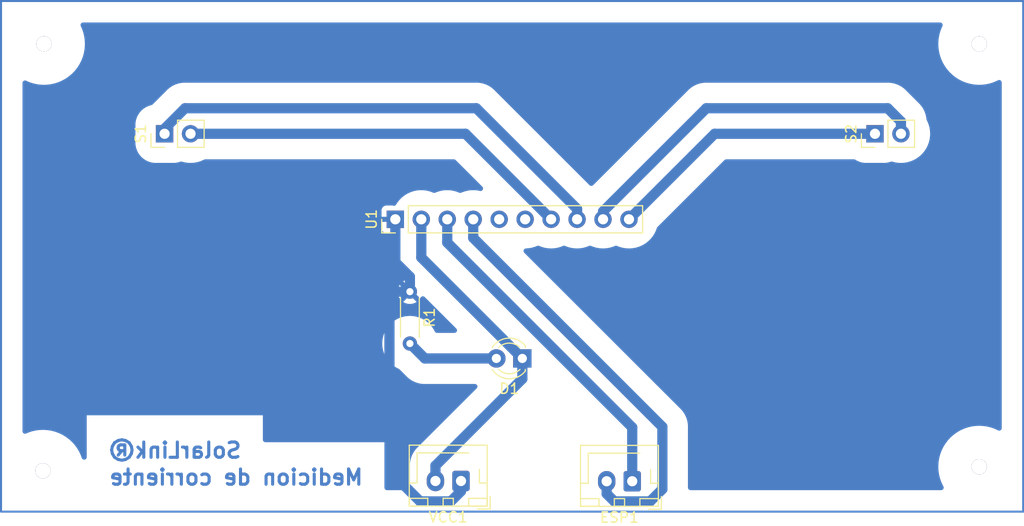
<source format=kicad_pcb>
(kicad_pcb (version 20221018) (generator pcbnew)
  (layers (0 "F.Cu" signal) (31 "B.Cu" signal) (34 "B.Paste" user) (35 "F.Paste" user) (36 "B.SilkS" user "B.Silkscreen") (37 "F.SilkS" user "F.Silkscreen") (38 "B.Mask" user) (39 "F.Mask" user) (44 "Edge.Cuts" user))
  (net 0 "")
  (net 2 "Net-(D1-Pad1)")
  (net 3 "Net-(ESP1-Pad1)")
  (net 4 "Net-(ESP1-Pad2)")
  (net 5 "Net-(D1-Pad2)")
  (net 6 "Net-(S1-Pad1)")
  (net 7 "Net-(S1-Pad2)")
  (net 8 "Net-(S2-Pad1)")
  (net 9 "Net-(S2-Pad2)")
  (net 11 "GND")
  (footprint "Connector_PinHeader_2.54mm:PinHeader_1x10_P2.54mm_Vertical" (layer "F.Cu") (at 58.575 45.375 90)
    (fp_text reference "U1" (at 0 -2.33 90) (layer "F.SilkS"))
    (fp_text value "ADS1115IDGS")
    (fp_line (start -1.33 -1.33) (end 0 -1.33) (stroke (width 0.12)) (layer "F.SilkS"))
    (fp_line (start -1.33 0) (end -1.33 -1.33) (stroke (width 0.12)) (layer "F.SilkS"))
    (fp_line (start -1.33 1.27) (end -1.33 24.19) (stroke (width 0.12)) (layer "F.SilkS"))
    (fp_line (start -1.33 1.27) (end 1.33 1.27) (stroke (width 0.12)) (layer "F.SilkS"))
    (fp_line (start -1.33 24.19) (end 1.33 24.19) (stroke (width 0.12)) (layer "F.SilkS"))
    (fp_line (start 1.33 1.27) (end 1.33 24.19) (stroke (width 0.12)) (layer "F.SilkS"))
    (pad "1" thru_hole rect (at 0 0 90) (size 1.7 1.7) (drill 1) (layers "*.Cu" "*.Mask") (net 11 "GND"))
    (pad "2" thru_hole oval (at 0 2.54 90) (size 1.7 1.7) (drill 1) (layers "*.Cu" "*.Mask") (net 2 "Net-(D1-Pad1)"))
    (pad "3" thru_hole oval (at 0 5.08 90) (size 1.7 1.7) (drill 1) (layers "*.Cu" "*.Mask") (net 3 "Net-(ESP1-Pad1)"))
    (pad "4" thru_hole oval (at 0 7.62 90) (size 1.7 1.7) (drill 1) (layers "*.Cu" "*.Mask") (net 4 "Net-(ESP1-Pad2)"))
    (pad "5" thru_hole oval (at 0 10.16 90) (size 1.7 1.7) (drill 1) (layers "*.Cu" "*.Mask"))
    (pad "6" thru_hole oval (at 0 12.7 90) (size 1.7 1.7) (drill 1) (layers "*.Cu" "*.Mask"))
    (pad "7" thru_hole oval (at 0 15.24 90) (size 1.7 1.7) (drill 1) (layers "*.Cu" "*.Mask") (net 7 "Net-(S1-Pad2)"))
    (pad "8" thru_hole oval (at 0 17.78 90) (size 1.7 1.7) (drill 1) (layers "*.Cu" "*.Mask") (net 6 "Net-(S1-Pad1)"))
    (pad "9" thru_hole oval (at 0 20.32 90) (size 1.7 1.7) (drill 1) (layers "*.Cu" "*.Mask") (net 9 "Net-(S2-Pad2)"))
    (pad "10" thru_hole oval (at 0 22.86 90) (size 1.7 1.7) (drill 1) (layers "*.Cu" "*.Mask") (net 8 "Net-(S2-Pad1)"))
  )
  (footprint "Connector_JST:JST_XH_B2B-XH-AM_1x02_P2.50mm_Vertical" (layer "F.Cu") (at 65 71 180)
    (fp_text reference "VCC1" (at 1.25 -3.55) (layer "F.SilkS"))
    (fp_text value "Conn_01x02")
    (fp_line (start -2.85 -2.75) (end -2.85 -1.5) (stroke (width 0.12)) (layer "F.SilkS"))
    (fp_line (start -2.56 -2.46) (end -2.56 3.51) (stroke (width 0.12)) (layer "F.SilkS"))
    (fp_line (start -2.56 3.51) (end 5.06 3.51) (stroke (width 0.12)) (layer "F.SilkS"))
    (fp_line (start -2.55 -2.45) (end -2.55 -1.7) (stroke (width 0.12)) (layer "F.SilkS"))
    (fp_line (start -2.55 -1.7) (end -0.75 -1.7) (stroke (width 0.12)) (layer "F.SilkS"))
    (fp_line (start -2.55 -0.2) (end -1.8 -0.2) (stroke (width 0.12)) (layer "F.SilkS"))
    (fp_line (start -1.8 -0.2) (end -1.8 1.14) (stroke (width 0.12)) (layer "F.SilkS"))
    (fp_line (start -1.6 -2.75) (end -2.85 -2.75) (stroke (width 0.12)) (layer "F.SilkS"))
    (fp_line (start -0.75 -2.45) (end -2.55 -2.45) (stroke (width 0.12)) (layer "F.SilkS"))
    (fp_line (start -0.75 -1.7) (end -0.75 -2.45) (stroke (width 0.12)) (layer "F.SilkS"))
    (fp_line (start 0.75 -2.45) (end 0.75 -1.7) (stroke (width 0.12)) (layer "F.SilkS"))
    (fp_line (start 0.75 -1.7) (end 1.75 -1.7) (stroke (width 0.12)) (layer "F.SilkS"))
    (fp_line (start 1.25 2.75) (end -0.74 2.75) (stroke (width 0.12)) (layer "F.SilkS"))
    (fp_line (start 1.75 -2.45) (end 0.75 -2.45) (stroke (width 0.12)) (layer "F.SilkS"))
    (fp_line (start 1.75 -1.7) (end 1.75 -2.45) (stroke (width 0.12)) (layer "F.SilkS"))
    (fp_line (start 3.25 -2.45) (end 3.25 -1.7) (stroke (width 0.12)) (layer "F.SilkS"))
    (fp_line (start 3.25 -1.7) (end 5.05 -1.7) (stroke (width 0.12)) (layer "F.SilkS"))
    (fp_line (start 4.3 -0.2) (end 4.3 2.75) (stroke (width 0.12)) (layer "F.SilkS"))
    (fp_line (start 4.3 2.75) (end 1.25 2.75) (stroke (width 0.12)) (layer "F.SilkS"))
    (fp_line (start 5.05 -2.45) (end 3.25 -2.45) (stroke (width 0.12)) (layer "F.SilkS"))
    (fp_line (start 5.05 -1.7) (end 5.05 -2.45) (stroke (width 0.12)) (layer "F.SilkS"))
    (fp_line (start 5.05 -0.2) (end 4.3 -0.2) (stroke (width 0.12)) (layer "F.SilkS"))
    (fp_line (start 5.06 -2.46) (end -2.56 -2.46) (stroke (width 0.12)) (layer "F.SilkS"))
    (fp_line (start 5.06 3.51) (end 5.06 -2.46) (stroke (width 0.12)) (layer "F.SilkS"))
    (pad "" np_thru_hole circle (at -1.6 2 180) (size 1.2 1.2) (drill 1.2) (layers "*.Cu" "*.Mask"))
    (pad "1" thru_hole roundrect (at 0 0 180) (size 1.7 2) (drill 1) (layers "*.Cu" "*.Mask") (roundrect_rratio 0.1470588235) (net 11 "GND"))
    (pad "2" thru_hole oval (at 2.5 0 180) (size 1.7 2) (drill 1) (layers "*.Cu" "*.Mask") (net 2 "Net-(D1-Pad1)"))
  )
  (footprint "Connector_JST:JST_XH_B2B-XH-AM_1x02_P2.50mm_Vertical" (layer "F.Cu") (at 81.75 71.025 180)
    (fp_text reference "ESP1" (at 1.25 -3.55) (layer "F.SilkS"))
    (fp_text value "Conn_01x02")
    (fp_line (start -2.85 -2.75) (end -2.85 -1.5) (stroke (width 0.12)) (layer "F.SilkS"))
    (fp_line (start -2.56 -2.46) (end -2.56 3.51) (stroke (width 0.12)) (layer "F.SilkS"))
    (fp_line (start -2.56 3.51) (end 5.06 3.51) (stroke (width 0.12)) (layer "F.SilkS"))
    (fp_line (start -2.55 -2.45) (end -2.55 -1.7) (stroke (width 0.12)) (layer "F.SilkS"))
    (fp_line (start -2.55 -1.7) (end -0.75 -1.7) (stroke (width 0.12)) (layer "F.SilkS"))
    (fp_line (start -2.55 -0.2) (end -1.8 -0.2) (stroke (width 0.12)) (layer "F.SilkS"))
    (fp_line (start -1.8 -0.2) (end -1.8 1.14) (stroke (width 0.12)) (layer "F.SilkS"))
    (fp_line (start -1.6 -2.75) (end -2.85 -2.75) (stroke (width 0.12)) (layer "F.SilkS"))
    (fp_line (start -0.75 -2.45) (end -2.55 -2.45) (stroke (width 0.12)) (layer "F.SilkS"))
    (fp_line (start -0.75 -1.7) (end -0.75 -2.45) (stroke (width 0.12)) (layer "F.SilkS"))
    (fp_line (start 0.75 -2.45) (end 0.75 -1.7) (stroke (width 0.12)) (layer "F.SilkS"))
    (fp_line (start 0.75 -1.7) (end 1.75 -1.7) (stroke (width 0.12)) (layer "F.SilkS"))
    (fp_line (start 1.25 2.75) (end -0.74 2.75) (stroke (width 0.12)) (layer "F.SilkS"))
    (fp_line (start 1.75 -2.45) (end 0.75 -2.45) (stroke (width 0.12)) (layer "F.SilkS"))
    (fp_line (start 1.75 -1.7) (end 1.75 -2.45) (stroke (width 0.12)) (layer "F.SilkS"))
    (fp_line (start 3.25 -2.45) (end 3.25 -1.7) (stroke (width 0.12)) (layer "F.SilkS"))
    (fp_line (start 3.25 -1.7) (end 5.05 -1.7) (stroke (width 0.12)) (layer "F.SilkS"))
    (fp_line (start 4.3 -0.2) (end 4.3 2.75) (stroke (width 0.12)) (layer "F.SilkS"))
    (fp_line (start 4.3 2.75) (end 1.25 2.75) (stroke (width 0.12)) (layer "F.SilkS"))
    (fp_line (start 5.05 -2.45) (end 3.25 -2.45) (stroke (width 0.12)) (layer "F.SilkS"))
    (fp_line (start 5.05 -1.7) (end 5.05 -2.45) (stroke (width 0.12)) (layer "F.SilkS"))
    (fp_line (start 5.05 -0.2) (end 4.3 -0.2) (stroke (width 0.12)) (layer "F.SilkS"))
    (fp_line (start 5.06 -2.46) (end -2.56 -2.46) (stroke (width 0.12)) (layer "F.SilkS"))
    (fp_line (start 5.06 3.51) (end 5.06 -2.46) (stroke (width 0.12)) (layer "F.SilkS"))
    (pad "" np_thru_hole circle (at -1.6 2 180) (size 1.2 1.2) (drill 1.2) (layers "*.Cu" "*.Mask"))
    (pad "1" thru_hole roundrect (at 0 0 180) (size 1.7 2) (drill 1) (layers "*.Cu" "*.Mask") (roundrect_rratio 0.1470588235) (net 3 "Net-(ESP1-Pad1)"))
    (pad "2" thru_hole oval (at 2.5 0 180) (size 1.7 2) (drill 1) (layers "*.Cu" "*.Mask") (net 4 "Net-(ESP1-Pad2)"))
  )
  (footprint "Connector_PinHeader_2.54mm:PinHeader_1x02_P2.54mm_Vertical" (layer "F.Cu") (at 36 37 90)
    (fp_text reference "S1" (at 0 -2.33 90) (layer "F.SilkS"))
    (fp_text value "Conn_01x02")
    (fp_line (start -1.33 -1.33) (end 0 -1.33) (stroke (width 0.12)) (layer "F.SilkS"))
    (fp_line (start -1.33 0) (end -1.33 -1.33) (stroke (width 0.12)) (layer "F.SilkS"))
    (fp_line (start -1.33 1.27) (end -1.33 3.87) (stroke (width 0.12)) (layer "F.SilkS"))
    (fp_line (start -1.33 1.27) (end 1.33 1.27) (stroke (width 0.12)) (layer "F.SilkS"))
    (fp_line (start -1.33 3.87) (end 1.33 3.87) (stroke (width 0.12)) (layer "F.SilkS"))
    (fp_line (start 1.33 1.27) (end 1.33 3.87) (stroke (width 0.12)) (layer "F.SilkS"))
    (pad "1" thru_hole rect (at 0 0 90) (size 1.7 1.7) (drill 1) (layers "*.Cu" "*.Mask") (net 6 "Net-(S1-Pad1)"))
    (pad "2" thru_hole oval (at 0 2.54 90) (size 1.7 1.7) (drill 1) (layers "*.Cu" "*.Mask") (net 7 "Net-(S1-Pad2)"))
  )
  (footprint "Resistor_THT:R_Axial_DIN0204_L3.6mm_D1.6mm_P5.08mm_Horizontal" (layer "F.Cu") (at 60 52.46 -90)
    (fp_text reference "R1" (at 2.54 -1.92 90) (layer "F.SilkS"))
    (fp_text value "R")
    (fp_line (start 0.62 -0.92) (end 4.46 -0.92) (stroke (width 0.12)) (layer "F.SilkS"))
    (fp_line (start 0.62 0.92) (end 4.46 0.92) (stroke (width 0.12)) (layer "F.SilkS"))
    (pad "1" thru_hole circle (at 0 0 270) (size 1.4 1.4) (drill 0.7) (layers "*.Cu" "*.Mask") (net 11 "GND"))
    (pad "2" thru_hole oval (at 5.08 0 270) (size 1.4 1.4) (drill 0.7) (layers "*.Cu" "*.Mask") (net 5 "Net-(D1-Pad2)"))
  )
  (footprint "LED_THT:LED_D3.0mm" (layer "F.Cu") (at 71 59 180)
    (fp_text reference "D1" (at 1.27 -2.96) (layer "F.SilkS"))
    (fp_text value "LED")
    (fp_line (start -0.29 -1.236) (end -0.29 -1.08) (stroke (width 0.12)) (layer "F.SilkS"))
    (fp_line (start -0.29 1.08) (end -0.29 1.236) (stroke (width 0.12)) (layer "F.SilkS"))
    (fp_arc (start -0.29 -1.235516) (mid 1.366487 -1.987659) (end 2.942335 -1.078608) (stroke (width 0.12)) (layer "F.SilkS"))
    (fp_arc (start 0.229039 -1.08) (mid 1.270117 -1.5) (end 2.31113 -1.079837) (stroke (width 0.12)) (layer "F.SilkS"))
    (fp_arc (start 2.31113 1.079837) (mid 1.270117 1.5) (end 0.229039 1.08) (stroke (width 0.12)) (layer "F.SilkS"))
    (fp_arc (start 2.942335 1.078608) (mid 1.366487 1.987659) (end -0.29 1.235516) (stroke (width 0.12)) (layer "F.SilkS"))
    (pad "1" thru_hole rect (at 0 0 180) (size 1.8 1.8) (drill 0.9) (layers "*.Cu" "*.Mask") (net 2 "Net-(D1-Pad1)"))
    (pad "2" thru_hole circle (at 2.54 0 180) (size 1.8 1.8) (drill 0.9) (layers "*.Cu" "*.Mask") (net 5 "Net-(D1-Pad2)"))
  )
  (footprint "Connector_PinHeader_2.54mm:PinHeader_1x02_P2.54mm_Vertical" (layer "F.Cu") (at 105.5 37 90)
    (fp_text reference "S2" (at 0 -2.33 90) (layer "F.SilkS"))
    (fp_text value "Conn_01x02")
    (fp_line (start -1.33 -1.33) (end 0 -1.33) (stroke (width 0.12)) (layer "F.SilkS"))
    (fp_line (start -1.33 0) (end -1.33 -1.33) (stroke (width 0.12)) (layer "F.SilkS"))
    (fp_line (start -1.33 1.27) (end -1.33 3.87) (stroke (width 0.12)) (layer "F.SilkS"))
    (fp_line (start -1.33 1.27) (end 1.33 1.27) (stroke (width 0.12)) (layer "F.SilkS"))
    (fp_line (start -1.33 3.87) (end 1.33 3.87) (stroke (width 0.12)) (layer "F.SilkS"))
    (fp_line (start 1.33 1.27) (end 1.33 3.87) (stroke (width 0.12)) (layer "F.SilkS"))
    (pad "1" thru_hole rect (at 0 0 90) (size 1.7 1.7) (drill 1) (layers "*.Cu" "*.Mask") (net 8 "Net-(S2-Pad1)"))
    (pad "2" thru_hole oval (at 0 2.54 90) (size 1.7 1.7) (drill 1) (layers "*.Cu" "*.Mask") (net 9 "Net-(S2-Pad2)"))
  )
  (gr_rect (start 20 24) (end 120 74) (stroke (width 0.2)) (fill none) (layer "B.Cu"))
  (gr_text "SolarLink®" (at 37 68) (layer "B.Cu") (effects (font (size 1.5 1.5) (thickness 0.3)) (justify mirror)))
  (gr_text "Medicion de corriente" (at 43 70.64) (layer "B.Cu") (effects (font (size 1.5 1.5) (thickness 0.3)) (justify mirror)))
  (via (at 24.1 70) (size 1.5) (drill 4) (layers "F.Cu" "B.Cu") (net 0))
  (via (at 115.7 28.2) (size 1.5) (drill 4) (layers "F.Cu" "B.Cu") (net 0))
  (via (at 24.2 28.2) (size 1.5) (drill 4) (layers "F.Cu" "B.Cu") (net 0))
  (via (at 115.7 69.6) (size 1.5) (drill 4) (layers "F.Cu" "B.Cu") (net 0))
  (segment (start 61.115 49.115) (end 61.115 45.375) (width 1) (layer "B.Cu") (net 2))
  (segment (start 62.5 69.5) (end 71 61) (width 1) (layer "B.Cu") (net 2))
  (segment (start 71 61) (end 71 59) (width 1) (layer "B.Cu") (net 2))
  (segment (start 62.5 71) (end 62.5 69.5) (width 1) (layer "B.Cu") (net 2))
  (segment (start 71 59) (end 61.115 49.115) (width 1) (layer "B.Cu") (net 2))
  (segment (start 81.75 71.025) (end 81.75 65.75) (width 1) (layer "B.Cu") (net 3))
  (segment (start 63.655 47.655) (end 63.655 45.375) (width 1) (layer "B.Cu") (net 3))
  (segment (start 81.75 65.75) (end 63.655 47.655) (width 1) (layer "B.Cu") (net 3))
  (segment (start 79.25 72.25) (end 80 73) (width 1) (layer "B.Cu") (net 4))
  (segment (start 80 73) (end 83.5 73) (width 1) (layer "B.Cu") (net 4))
  (segment (start 66.195 47.195) (end 66.195 45.375) (width 1) (layer "B.Cu") (net 4))
  (segment (start 79.25 71.025) (end 79.25 72.25) (width 1) (layer "B.Cu") (net 4))
  (segment (start 84.700001 71.799999) (end 84.700001 65.700001) (width 1) (layer "B.Cu") (net 4))
  (segment (start 83.5 73) (end 84.700001 71.799999) (width 1) (layer "B.Cu") (net 4))
  (segment (start 84.700001 65.700001) (end 66.195 47.195) (width 1) (layer "B.Cu") (net 4))
  (segment (start 68.46 59) (end 61.46 59) (width 1) (layer "B.Cu") (net 5))
  (segment (start 61.46 59) (end 60 57.54) (width 1) (layer "B.Cu") (net 5))
  (segment (start 36 36.5) (end 38 34.5) (width 1) (layer "B.Cu") (net 6))
  (segment (start 66.5 34.5) (end 76.355 44.355) (width 1) (layer "B.Cu") (net 6))
  (segment (start 38 34.5) (end 66.5 34.5) (width 1) (layer "B.Cu") (net 6))
  (segment (start 76.355 44.355) (end 76.355 45.375) (width 1) (layer "B.Cu") (net 6))
  (segment (start 36 37) (end 36 36.5) (width 1) (layer "B.Cu") (net 6))
  (segment (start 38.54 37) (end 65.44 37) (width 1) (layer "B.Cu") (net 7))
  (segment (start 65.44 37) (end 73.815 45.375) (width 1) (layer "B.Cu") (net 7))
  (segment (start 89.81 37) (end 81.435 45.375) (width 1) (layer "B.Cu") (net 8))
  (segment (start 105.5 37) (end 89.81 37) (width 1) (layer "B.Cu") (net 8))
  (segment (start 89 34.5) (end 78.895 44.605) (width 1) (layer "B.Cu") (net 9))
  (segment (start 108.04 35.797919) (end 106.742081 34.5) (width 1) (layer "B.Cu") (net 9))
  (segment (start 108.04 37) (end 108.04 35.797919) (width 1) (layer "B.Cu") (net 9))
  (segment (start 78.895 44.605) (end 78.895 45.375) (width 1) (layer "B.Cu") (net 9))
  (segment (start 106.742081 34.5) (end 89 34.5) (width 1) (layer "B.Cu") (net 9))
  (segment (start 60 52.46) (end 60 51) (width 1) (layer "B.Cu") (net 11))
  (segment (start 60 51) (end 58.575 49.575) (width 1) (layer "B.Cu") (net 11))
  (segment (start 59.5 71.5) (end 59.5 61.5) (width 1) (layer "B.Cu") (net 11))
  (segment (start 58 53) (end 58.54 52.46) (width 1) (layer "B.Cu") (net 11))
  (segment (start 61 73) (end 59.5 71.5) (width 1) (layer "B.Cu") (net 11))
  (segment (start 65 72) (end 64 73) (width 1) (layer "B.Cu") (net 11))
  (segment (start 58.575 49.575) (end 58.575 45.375) (width 1) (layer "B.Cu") (net 11))
  (segment (start 58.54 52.46) (end 60 52.46) (width 1) (layer "B.Cu") (net 11))
  (segment (start 58 60) (end 58 53) (width 1) (layer "B.Cu") (net 11))
  (segment (start 64 73) (end 61 73) (width 1) (layer "B.Cu") (net 11))
  (segment (start 59.5 61.5) (end 58 60) (width 1) (layer "B.Cu") (net 11))
  (segment (start 65 71) (end 65 72) (width 1) (layer "B.Cu") (net 11))
  (zone (net 11) (net_name "GND") (layer "B.Cu") (connect_pads (clearance 2)) (min_thickness 0.5) (fill yes (thermal_gap 0.5) (thermal_bridge_width 0.5))
    (polygon (pts (xy 120 74) (xy 20 74) (xy 20 24) (xy 120 24)))
  )
)
</source>
